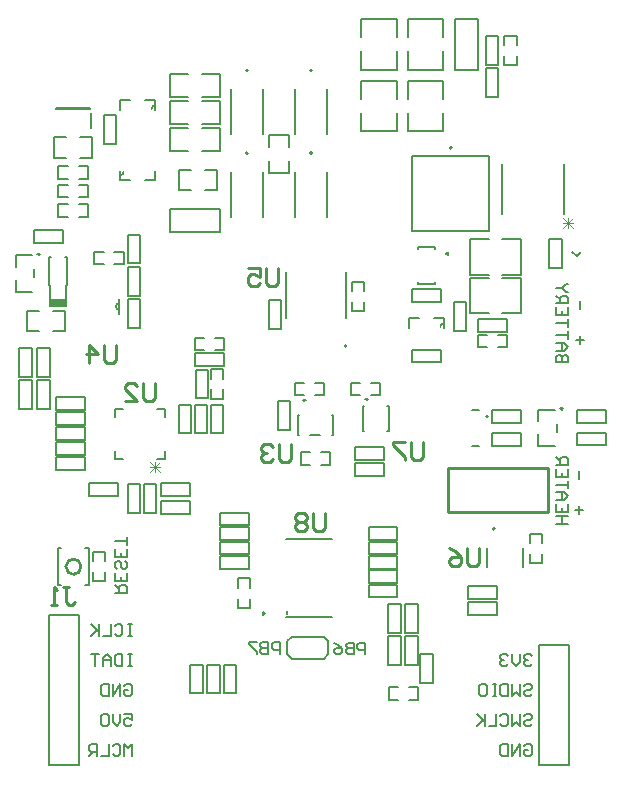
<source format=gbo>
G04*
G04 #@! TF.GenerationSoftware,Altium Limited,Altium Designer,25.4.2 (15)*
G04*
G04 Layer_Color=32896*
%FSLAX25Y25*%
%MOIN*%
G70*
G04*
G04 #@! TF.SameCoordinates,B977156D-3F5D-4D44-89CA-F2FD908ED1DE*
G04*
G04*
G04 #@! TF.FilePolarity,Positive*
G04*
G01*
G75*
%ADD10C,0.00787*%
%ADD11C,0.00500*%
%ADD22C,0.01000*%
%ADD123C,0.00600*%
%ADD124C,0.00800*%
%ADD125C,0.00300*%
%ADD126R,0.00700X0.01700*%
%ADD127R,0.01150X0.07300*%
%ADD128R,0.06200X0.02754*%
D10*
X408256Y388954D02*
G03*
X408256Y388954I-394J0D01*
G01*
X455443Y365518D02*
G03*
X455443Y365518I-394J0D01*
G01*
X457729Y328008D02*
G03*
X457729Y328008I-394J0D01*
G01*
X443294Y455105D02*
G03*
X443294Y455105I-394J0D01*
G01*
X396794Y453279D02*
G03*
X396794Y453279I-394J0D01*
G01*
Y480841D02*
G03*
X396794Y480841I-394J0D01*
G01*
X375394Y453279D02*
G03*
X375394Y453279I-394J0D01*
G01*
Y480841D02*
G03*
X375394Y480841I-394J0D01*
G01*
X472222Y289284D02*
X482222D01*
X472222Y249284D02*
Y289284D01*
X482222Y249284D02*
Y289284D01*
X472222Y249284D02*
X482222D01*
X309100Y249400D02*
X319100D01*
Y299400D01*
X309100Y249400D02*
Y299400D01*
X319100D01*
X322730Y467871D02*
Y468461D01*
X311470D02*
X322730D01*
X311470Y467871D02*
Y468461D01*
Y467871D02*
X322730D01*
X323104Y461572D02*
Y466493D01*
D11*
X414947Y370831D02*
X415447Y371331D01*
X414447D02*
X414947Y370831D01*
X414447Y371331D02*
X415447D01*
X421837Y369059D02*
X422231D01*
X421837Y360791D02*
X422231D01*
X413569D02*
X413963D01*
X413569Y369059D02*
X413963D01*
X422231Y360791D02*
Y369059D01*
X413569Y360791D02*
Y369059D01*
X426400Y293395D02*
Y302995D01*
X422200D02*
X426400D01*
X422200Y293395D02*
X426400D01*
X422200D02*
Y302995D01*
Y282595D02*
Y292195D01*
Y282595D02*
X426400D01*
X422200Y292195D02*
X426400D01*
Y282595D02*
Y292195D01*
X432800Y276595D02*
Y286195D01*
Y276595D02*
X437000D01*
X432800Y286195D02*
X437000D01*
Y276595D02*
Y286195D01*
X432000Y293395D02*
Y302995D01*
X427800D02*
X432000D01*
X427800Y293395D02*
X432000D01*
X427800D02*
Y302995D01*
X422300Y275322D02*
X425400D01*
X422300Y271122D02*
X425400D01*
X422300D02*
Y275322D01*
X429000D02*
X432100D01*
X429000Y271122D02*
X432100D01*
Y275322D01*
X427800Y282595D02*
Y292195D01*
Y282595D02*
X432000D01*
X427800Y292195D02*
X432000D01*
Y282595D02*
Y292195D01*
X430023Y387800D02*
X439623D01*
X430023Y383600D02*
Y387800D01*
X439623Y383600D02*
Y387800D01*
X430023Y383600D02*
X439623D01*
X361700Y273200D02*
Y282800D01*
Y273200D02*
X365900D01*
X361700Y282800D02*
X365900D01*
Y273200D02*
Y282800D01*
X356061Y273200D02*
Y282800D01*
Y273200D02*
X360261D01*
X356061Y282800D02*
X360261D01*
Y273200D02*
Y282800D01*
X367339Y273200D02*
Y282800D01*
Y273200D02*
X371539D01*
X367339Y282800D02*
X371539D01*
Y273200D02*
Y282800D01*
X304200Y427600D02*
X313800D01*
X304200Y423400D02*
Y427600D01*
X313800Y423400D02*
Y427600D01*
X304200Y423400D02*
X313800D01*
X485000Y363358D02*
X494600D01*
Y367558D01*
X485000Y363358D02*
Y367558D01*
X494600D01*
X485000Y355878D02*
X494600D01*
Y360078D01*
X485000Y355878D02*
Y360078D01*
X494600D01*
X335231Y405800D02*
Y415400D01*
Y405800D02*
X339432D01*
X335231Y415400D02*
X339432D01*
Y405800D02*
Y415400D01*
X324131Y420450D02*
X327232D01*
X324131Y416250D02*
X327232D01*
X324131D02*
Y420450D01*
X330832D02*
X333931D01*
X330832Y416250D02*
X333931D01*
Y420450D01*
X335231Y416550D02*
Y426150D01*
Y416550D02*
X339432D01*
X335231Y426150D02*
X339432D01*
Y416550D02*
Y426150D01*
Y395100D02*
Y404700D01*
X335231D02*
X339432D01*
X335231Y395100D02*
X339432D01*
X335231D02*
Y404700D01*
X386500Y394635D02*
Y404235D01*
X382300D02*
X386500D01*
X382300Y394635D02*
X386500D01*
X382300D02*
Y404235D01*
X414200Y407300D02*
Y410400D01*
X410000Y407300D02*
Y410400D01*
X414200D01*
Y400600D02*
Y403700D01*
X410000Y400600D02*
Y403700D01*
Y400600D02*
X414200D01*
X388059Y398423D02*
Y413777D01*
X407941Y398423D02*
Y413777D01*
X364299Y387495D02*
X367399D01*
X364299Y391695D02*
X367399D01*
Y387495D02*
Y391695D01*
X357599Y387495D02*
X360699D01*
X357599Y391695D02*
X360699D01*
X357599Y387495D02*
Y391695D01*
X357699Y386495D02*
X367299D01*
X357699Y382295D02*
Y386495D01*
X367299Y382295D02*
Y386495D01*
X357699Y382295D02*
X367299D01*
X367100Y378109D02*
Y381209D01*
X362900Y378109D02*
Y381209D01*
X367100D01*
Y371409D02*
Y374509D01*
X362900Y371409D02*
Y374509D01*
Y371409D02*
X367100D01*
Y359869D02*
Y369468D01*
X362900D02*
X367100D01*
X362900Y359869D02*
X367100D01*
X362900D02*
Y369468D01*
X357900Y371509D02*
Y381109D01*
Y371509D02*
X362100D01*
X357900Y381109D02*
X362100D01*
Y371509D02*
Y381109D01*
X456805Y355741D02*
X466405D01*
Y359941D01*
X456805Y355741D02*
Y359941D01*
X466405D01*
X450128Y355774D02*
X452294D01*
X450128Y367585D02*
X452294D01*
X456805Y367618D02*
X466405D01*
X456805Y363418D02*
Y367618D01*
X466405Y363418D02*
Y367618D01*
X456805Y363418D02*
X466405D01*
X303300Y378646D02*
Y388246D01*
X299100D02*
X303300D01*
X299100Y378646D02*
X303300D01*
X299100D02*
Y388246D01*
X303300Y367946D02*
Y377546D01*
X299100D02*
X303300D01*
X299100Y367946D02*
X303300D01*
X299100D02*
Y377546D01*
X309300Y378646D02*
Y388246D01*
X305100D02*
X309300D01*
X305100Y378646D02*
X309300D01*
X305100D02*
Y388246D01*
X309300Y367946D02*
Y377546D01*
X305100D02*
X309300D01*
X305100Y367946D02*
X309300D01*
X305100D02*
Y377546D01*
X311450Y366846D02*
X321050D01*
X311450Y362646D02*
Y366846D01*
X321050Y362646D02*
Y366846D01*
X311450Y362646D02*
X321050D01*
X311450Y371846D02*
X321050D01*
X311450Y367646D02*
Y371846D01*
X321050Y367646D02*
Y371846D01*
X311450Y367646D02*
X321050D01*
X311450Y347646D02*
X321050D01*
Y351846D01*
X311450Y347646D02*
Y351846D01*
X321050D01*
X311450Y356846D02*
X321050D01*
X311450Y352646D02*
Y356846D01*
X321050Y352646D02*
Y356846D01*
X311450Y352646D02*
X321050D01*
X352250Y359869D02*
Y369468D01*
Y359869D02*
X356450D01*
X352250Y369468D02*
X356450D01*
Y359869D02*
Y369468D01*
X357656Y359869D02*
Y369468D01*
Y359869D02*
X361856D01*
X357656Y369468D02*
X361856D01*
Y359869D02*
Y369468D01*
X322450Y343268D02*
X332050D01*
X322450Y339069D02*
Y343268D01*
X332050Y339069D02*
Y343268D01*
X322450Y339069D02*
X332050D01*
X339432Y333368D02*
Y342969D01*
X335231D02*
X339432D01*
X335231Y333368D02*
X339432D01*
X335231D02*
Y342969D01*
X346550Y339069D02*
X356150D01*
Y343268D01*
X346550Y339069D02*
Y343268D01*
X356150D01*
X344837Y333368D02*
Y342969D01*
X340637D02*
X344837D01*
X340637Y333368D02*
X344837D01*
X340637D02*
Y342969D01*
X346550Y337268D02*
X356150D01*
X346550Y333068D02*
Y337268D01*
X356150Y333068D02*
Y337268D01*
X346550Y333068D02*
X356150D01*
X311450Y361846D02*
X321050D01*
X311450Y357646D02*
Y361846D01*
X321050Y357646D02*
Y361846D01*
X311450Y357646D02*
X321050D01*
X472137Y363918D02*
Y367818D01*
X477637D01*
X478437Y360418D02*
Y363018D01*
X479437Y368318D02*
X480437D01*
X479437D02*
X479937Y367818D01*
X480437Y368318D01*
X472137Y355618D02*
Y359518D01*
Y355618D02*
X477637D01*
X469300Y316600D02*
Y319700D01*
X473500Y316600D02*
Y319700D01*
X469300Y316600D02*
X473500D01*
X469300Y323300D02*
Y326400D01*
X473500Y323300D02*
Y326400D01*
X469300D02*
X473500D01*
X448827Y304700D02*
X458427D01*
Y308900D01*
X448827Y304700D02*
Y308900D01*
X458427D01*
X448827Y299300D02*
X458427D01*
Y303500D01*
X448827Y299300D02*
Y303500D01*
X458427D01*
X455131Y315350D02*
Y321650D01*
X467217Y315350D02*
Y321650D01*
X327800Y317200D02*
Y320300D01*
X323600Y317200D02*
Y320300D01*
X327800D01*
Y310500D02*
Y313600D01*
X323600Y310500D02*
Y313600D01*
Y310500D02*
X327800D01*
X312100Y309200D02*
X313200D01*
X312100Y321600D02*
X313200D01*
X312100Y309200D02*
Y321600D01*
X321200Y309200D02*
X322300D01*
X321200Y321600D02*
X322300D01*
Y309200D02*
Y321600D01*
X400570Y292000D02*
X402071Y290500D01*
Y286300D02*
Y290500D01*
X400570Y284800D02*
X402071Y286300D01*
X388397Y290500D02*
X389896Y292000D01*
X388397Y286300D02*
Y290500D01*
Y286300D02*
X389896Y284800D01*
Y292000D02*
X400570D01*
X389896Y284800D02*
X400570D01*
X380444Y299350D02*
Y300350D01*
Y299350D02*
X380944Y299850D01*
X380444Y300350D02*
X380944Y299850D01*
X388194Y298500D02*
X403394D01*
X388194Y324500D02*
X403394D01*
X366200Y324348D02*
X375800D01*
Y328548D01*
X366200Y324348D02*
Y328548D01*
X375800D01*
X415600Y309432D02*
X425200D01*
X415600Y305232D02*
Y309432D01*
X425200Y305232D02*
Y309432D01*
X415600Y305232D02*
X425200D01*
X376100Y308390D02*
Y311491D01*
X371900Y308390D02*
Y311491D01*
X376100D01*
Y301691D02*
Y304790D01*
X371900Y301691D02*
Y304790D01*
Y301691D02*
X376100D01*
X415600Y314213D02*
X425200D01*
X415600Y310013D02*
Y314213D01*
X425200Y310013D02*
Y314213D01*
X415600Y310013D02*
X425200D01*
X415600Y323774D02*
X425200D01*
X415600Y319574D02*
Y323774D01*
X425200Y319574D02*
Y323774D01*
X415600Y319574D02*
X425200D01*
X415600Y328555D02*
X425200D01*
X415600Y324355D02*
Y328555D01*
X425200Y324355D02*
Y328555D01*
X415600Y324355D02*
X425200D01*
X366200Y319555D02*
X375800D01*
Y323755D01*
X366200Y319555D02*
Y323755D01*
X375800D01*
X366200Y329200D02*
X375800D01*
Y333400D01*
X366200Y329200D02*
Y333400D01*
X375800D01*
X366200Y314769D02*
X375800D01*
Y318969D01*
X366200Y314769D02*
Y318969D01*
X375800D01*
X415600Y314794D02*
X425200D01*
Y318994D01*
X415600Y314794D02*
Y318994D01*
X425200D01*
X301600Y394000D02*
Y400800D01*
X305600D01*
X301600Y394000D02*
X305600D01*
X314400D02*
Y400800D01*
X310400D02*
X314400D01*
X310400Y394000D02*
X314400D01*
X309100Y409400D02*
Y418600D01*
X309700D01*
X314900Y409400D02*
Y418600D01*
X314300D02*
X314900D01*
X297900Y415400D02*
Y419300D01*
X303400D01*
X304200Y411900D02*
Y414500D01*
X305200Y419800D02*
X306200D01*
X305200D02*
X305700Y419300D01*
X306200Y419800D01*
X297900Y407100D02*
Y411000D01*
Y407100D02*
X303400D01*
X411100Y355300D02*
X420700D01*
X411100Y351100D02*
Y355300D01*
X420700Y351100D02*
Y355300D01*
X411100Y351100D02*
X420700D01*
X409606Y376725D02*
X412706D01*
X409606Y372525D02*
X412706D01*
X409606D02*
Y376725D01*
X416306D02*
X419406D01*
X416306Y372525D02*
X419406D01*
Y376725D01*
X411100Y345800D02*
X420700D01*
Y350000D01*
X411100Y345800D02*
Y350000D01*
X420700D01*
X318900Y438566D02*
X322000D01*
X318900Y442766D02*
X322000D01*
Y438566D02*
Y442766D01*
X312200Y438566D02*
X315300D01*
X312200Y442766D02*
X315300D01*
X312200Y438566D02*
Y442766D01*
X318900Y432066D02*
X322000D01*
X318900Y436266D02*
X322000D01*
Y432066D02*
Y436266D01*
X312200Y432066D02*
X315300D01*
X312200Y436266D02*
X315300D01*
X312200Y432066D02*
Y436266D01*
X319500Y451766D02*
X323500D01*
X319500Y458566D02*
X323500D01*
Y451766D02*
Y458566D01*
X310700Y451766D02*
X314700D01*
X310700Y458566D02*
X314700D01*
X310700Y451766D02*
Y458566D01*
X312200Y444816D02*
Y449016D01*
X315300D01*
X312200Y444816D02*
X315300D01*
X322000D02*
Y449016D01*
X318900D02*
X322000D01*
X318900Y444816D02*
X322000D01*
X393700Y371025D02*
X394700D01*
X393700D02*
X394200Y370525D01*
X394700Y371025D01*
X396168Y359161D02*
X399546D01*
X392000Y359186D02*
X392394D01*
X392000Y366086D02*
X392394D01*
X392000Y359186D02*
Y366086D01*
X403406Y359186D02*
X403800D01*
X403406Y366086D02*
X403800D01*
Y359186D02*
Y366086D01*
X402800Y349350D02*
Y353550D01*
X399700Y349350D02*
X402800D01*
X399700Y353550D02*
X402800D01*
X393000Y349350D02*
Y353550D01*
Y349350D02*
X396100D01*
X393000Y353550D02*
X396100D01*
X400800Y372525D02*
Y376725D01*
X397700Y372525D02*
X400800D01*
X397700Y376725D02*
X400800D01*
X391000Y372525D02*
Y376725D01*
Y372525D02*
X394100D01*
X391000Y376725D02*
X394100D01*
X389500Y360943D02*
Y370543D01*
X385300D02*
X389500D01*
X385300Y360943D02*
X389500D01*
X385300D02*
Y370543D01*
X430023Y403700D02*
X439623D01*
Y407900D01*
X430023Y403700D02*
Y407900D01*
X439623D01*
X432023Y421161D02*
Y421859D01*
X437578Y421159D02*
Y421857D01*
X432023Y421859D02*
X437578Y421857D01*
X432023Y409659D02*
Y410357D01*
X437578Y409661D02*
Y410359D01*
X432023Y409659D02*
X437578Y409661D01*
X441423Y419759D02*
X441923Y419259D01*
X441423Y419759D02*
X441923Y420259D01*
Y419259D02*
Y420259D01*
X484900Y418900D02*
X486400Y420400D01*
X483400D02*
X484900Y418900D01*
X475800Y415100D02*
Y424700D01*
Y415100D02*
X480000D01*
X475800Y424700D02*
X480000D01*
Y415100D02*
Y424700D01*
X429987Y427427D02*
X455813D01*
Y452467D01*
X429987Y427427D02*
Y452467D01*
X455813D01*
X460200Y424600D02*
X466300D01*
X460200Y412800D02*
X466300D01*
Y424600D01*
X449500D02*
X455600D01*
X449500Y412800D02*
X455600D01*
X449500D02*
Y424600D01*
X451900Y388500D02*
Y392700D01*
X455000D01*
X451900Y388500D02*
X455000D01*
X461700D02*
Y392700D01*
X458600D02*
X461700D01*
X458600Y388500D02*
X461700D01*
X452000Y393800D02*
X461600D01*
Y398000D01*
X452000Y393800D02*
Y398000D01*
X461600D01*
X444000Y394100D02*
Y403700D01*
Y394100D02*
X448200D01*
X444000Y403700D02*
X448200D01*
Y394100D02*
Y403700D01*
X460200Y411700D02*
X466300D01*
X460200Y399900D02*
X466300D01*
Y411700D01*
X449500D02*
X455600D01*
X449500Y399900D02*
X455600D01*
X449500D02*
Y411700D01*
X460814Y482623D02*
X465014D01*
X460814D02*
Y485723D01*
X465014Y482623D02*
Y485723D01*
X460814Y492423D02*
X465014D01*
X460814Y489323D02*
Y492423D01*
X465014Y489323D02*
Y492423D01*
X458756Y482723D02*
Y492323D01*
X454556D02*
X458756D01*
X454556Y482723D02*
X458756D01*
X454556D02*
Y492323D01*
X458756Y472146D02*
Y481746D01*
X454556D02*
X458756D01*
X454556Y472146D02*
X458756D01*
X454556D02*
Y481746D01*
X452100Y481123D02*
Y497923D01*
X444300D02*
X452100D01*
X444300Y481123D02*
Y497923D01*
Y481123D02*
X452100D01*
X413205Y491823D02*
Y497923D01*
X425005Y491823D02*
Y497923D01*
X413205D02*
X425005D01*
X413205Y481123D02*
Y487223D01*
X425005Y481123D02*
Y487223D01*
X413205Y481123D02*
X425005D01*
X440505Y460546D02*
Y466646D01*
X428705Y460546D02*
Y466646D01*
Y460546D02*
X440505D01*
Y471246D02*
Y477346D01*
X428705Y471246D02*
Y477346D01*
X440505D01*
X428705Y491823D02*
Y497923D01*
X440505Y491823D02*
Y497923D01*
X428705D02*
X440505D01*
X428705Y481123D02*
Y487223D01*
X440505Y481123D02*
Y487223D01*
X428705Y481123D02*
X440505D01*
X349410Y434739D02*
X366210D01*
X349410Y426939D02*
Y434739D01*
Y426939D02*
X366210D01*
Y434739D01*
X425005Y460546D02*
Y466646D01*
X413205Y460546D02*
Y466646D01*
Y460546D02*
X425005D01*
Y471246D02*
Y477346D01*
X413205Y471246D02*
Y477346D01*
X425005D01*
X391006Y432020D02*
Y446980D01*
X401794Y432020D02*
Y446980D01*
X391006Y459581D02*
Y474542D01*
X401794Y459581D02*
Y474542D01*
X382300Y459300D02*
X389100D01*
Y455300D02*
Y459300D01*
X382300Y455300D02*
Y459300D01*
Y446500D02*
X389100D01*
Y450500D01*
X382300Y446500D02*
Y450500D01*
X365210Y440906D02*
Y447706D01*
X361210Y440906D02*
X365210D01*
X361210Y447706D02*
X365210D01*
X352410Y440906D02*
Y447706D01*
Y440906D02*
X356410D01*
X352410Y447706D02*
X356410D01*
X369606Y432020D02*
Y446980D01*
X380394Y432020D02*
Y446980D01*
X369606Y459581D02*
Y474542D01*
X380394Y459581D02*
Y474542D01*
X349410Y471823D02*
X355410D01*
X349410Y479623D02*
X355410D01*
X349410Y471823D02*
Y479623D01*
X360209Y471823D02*
X366210D01*
X360209Y479623D02*
X366210D01*
Y471823D02*
Y479623D01*
X349410Y462923D02*
X355410D01*
X349410Y470723D02*
X355410D01*
X349410Y462923D02*
Y470723D01*
X360209Y462923D02*
X366210D01*
X360209Y470723D02*
X366210D01*
Y462923D02*
Y470723D01*
X349410Y453823D02*
X355410D01*
X349410Y461623D02*
X355410D01*
X349410Y453823D02*
Y461623D01*
X360209Y453823D02*
X366210D01*
X360209Y461623D02*
X366210D01*
Y453823D02*
Y461623D01*
X327300Y456361D02*
Y465961D01*
Y456361D02*
X331500D01*
X327300Y465961D02*
X331500D01*
Y456361D02*
Y465961D01*
D22*
X319724Y315400D02*
G03*
X319724Y315400I-2524J0D01*
G01*
X441925Y348400D02*
X475305D01*
X441925Y333800D02*
Y348400D01*
Y333800D02*
X475305D01*
Y348400D01*
X313701Y308798D02*
X315701D01*
X314701D01*
Y303800D01*
X315701Y302800D01*
X316700D01*
X317700Y303800D01*
X311702Y302800D02*
X309703D01*
X310702D01*
Y308798D01*
X311702Y307798D01*
X433834Y356851D02*
Y351853D01*
X432834Y350853D01*
X430835D01*
X429835Y351853D01*
Y356851D01*
X427836D02*
X423837D01*
Y355852D01*
X427836Y351853D01*
Y350853D01*
X331430Y389445D02*
Y384446D01*
X330430Y383447D01*
X328431D01*
X327431Y384446D01*
Y389445D01*
X322433Y383447D02*
Y389445D01*
X325432Y386446D01*
X321433D01*
X400898Y333399D02*
Y328401D01*
X399899Y327401D01*
X397899D01*
X396900Y328401D01*
Y333399D01*
X394900Y332399D02*
X393901Y333399D01*
X391901D01*
X390902Y332399D01*
Y331400D01*
X391901Y330400D01*
X390902Y329400D01*
Y328401D01*
X391901Y327401D01*
X393901D01*
X394900Y328401D01*
Y329400D01*
X393901Y330400D01*
X394900Y331400D01*
Y332399D01*
X393901Y330400D02*
X391901D01*
X452298Y321499D02*
Y316501D01*
X451299Y315501D01*
X449299D01*
X448300Y316501D01*
Y321499D01*
X442302D02*
X444301Y320499D01*
X446300Y318500D01*
Y316501D01*
X445301Y315501D01*
X443301D01*
X442302Y316501D01*
Y317500D01*
X443301Y318500D01*
X446300D01*
X385298Y414899D02*
Y409901D01*
X384299Y408901D01*
X382299D01*
X381300Y409901D01*
Y414899D01*
X375302D02*
X379300D01*
Y411900D01*
X377301Y412900D01*
X376301D01*
X375302Y411900D01*
Y409901D01*
X376301Y408901D01*
X378301D01*
X379300Y409901D01*
X389629Y356199D02*
Y351201D01*
X388629Y350201D01*
X386630D01*
X385630Y351201D01*
Y356199D01*
X383631Y355199D02*
X382631Y356199D01*
X380632D01*
X379632Y355199D01*
Y354200D01*
X380632Y353200D01*
X381631D01*
X380632D01*
X379632Y352200D01*
Y351201D01*
X380632Y350201D01*
X382631D01*
X383631Y351201D01*
X344298Y376499D02*
Y371501D01*
X343299Y370501D01*
X341299D01*
X340300Y371501D01*
Y376499D01*
X334302Y370501D02*
X338300D01*
X334302Y374500D01*
Y375499D01*
X335301Y376499D01*
X337301D01*
X338300Y375499D01*
D123*
X440719Y396700D02*
G03*
X439524Y395396I0J-1200D01*
G01*
X332531Y403400D02*
G03*
X332531Y401000I0J-1200D01*
G01*
X344510Y469361D02*
G03*
X343315Y468056I0J-1200D01*
G01*
X332718Y445800D02*
G03*
X333914Y447104I0J1200D01*
G01*
X440723Y395100D02*
Y398300D01*
X428923D02*
X432423D01*
X428923Y395100D02*
Y398300D01*
X437223D02*
X440723D01*
X332531Y403400D02*
Y404700D01*
Y401000D02*
Y403400D01*
Y399700D02*
Y401000D01*
X347650Y351350D02*
Y353953D01*
X345047Y368050D02*
X347650D01*
X330950Y365447D02*
Y368050D01*
Y351350D02*
X333553D01*
X345047D02*
X347650D01*
Y365447D02*
Y368050D01*
X330950D02*
X333553D01*
X330950Y351350D02*
Y353953D01*
X480700Y432825D02*
Y449525D01*
X460100Y432825D02*
Y449525D01*
X341014Y470961D02*
X344514D01*
X332714Y467761D02*
Y470961D01*
X336214D01*
X344514Y467761D02*
Y470961D01*
X332714Y444200D02*
X336214D01*
X344514D02*
Y447400D01*
X341014Y444200D02*
X344514D01*
X332714D02*
Y447400D01*
D124*
X467399Y275596D02*
X468054Y276252D01*
X469366D01*
X470022Y275596D01*
Y274940D01*
X469366Y274284D01*
X468054D01*
X467399Y273628D01*
Y272972D01*
X468054Y272316D01*
X469366D01*
X470022Y272972D01*
X466087Y276252D02*
Y272316D01*
X464775Y273628D01*
X463463Y272316D01*
Y276252D01*
X462151D02*
Y272316D01*
X460183D01*
X459527Y272972D01*
Y275596D01*
X460183Y276252D01*
X462151D01*
X458215D02*
X456903D01*
X457559D01*
Y272316D01*
X458215D01*
X456903D01*
X452968Y276252D02*
X454279D01*
X454935Y275596D01*
Y272972D01*
X454279Y272316D01*
X452968D01*
X452312Y272972D01*
Y275596D01*
X452968Y276252D01*
X470022Y285596D02*
X469366Y286252D01*
X468054D01*
X467399Y285596D01*
Y284940D01*
X468054Y284284D01*
X468710D01*
X468054D01*
X467399Y283628D01*
Y282972D01*
X468054Y282316D01*
X469366D01*
X470022Y282972D01*
X466087Y286252D02*
Y283628D01*
X464775Y282316D01*
X463463Y283628D01*
Y286252D01*
X462151Y285596D02*
X461495Y286252D01*
X460183D01*
X459527Y285596D01*
Y284940D01*
X460183Y284284D01*
X460839D01*
X460183D01*
X459527Y283628D01*
Y282972D01*
X460183Y282316D01*
X461495D01*
X462151Y282972D01*
X467399Y265596D02*
X468054Y266252D01*
X469366D01*
X470022Y265596D01*
Y264940D01*
X469366Y264284D01*
X468054D01*
X467399Y263628D01*
Y262972D01*
X468054Y262316D01*
X469366D01*
X470022Y262972D01*
X466087Y266252D02*
Y262316D01*
X464775Y263628D01*
X463463Y262316D01*
Y266252D01*
X459527Y265596D02*
X460183Y266252D01*
X461495D01*
X462151Y265596D01*
Y262972D01*
X461495Y262316D01*
X460183D01*
X459527Y262972D01*
X458215Y266252D02*
Y262316D01*
X455591D01*
X454279Y266252D02*
Y262316D01*
Y263628D01*
X451655Y266252D01*
X453623Y264284D01*
X451655Y262316D01*
X467399Y255596D02*
X468054Y256252D01*
X469366D01*
X470022Y255596D01*
Y252972D01*
X469366Y252316D01*
X468054D01*
X467399Y252972D01*
Y254284D01*
X468710D01*
X466087Y252316D02*
Y256252D01*
X463463Y252316D01*
Y256252D01*
X462151D02*
Y252316D01*
X460183D01*
X459527Y252972D01*
Y255596D01*
X460183Y256252D01*
X462151D01*
X336800Y252432D02*
Y256368D01*
X335488Y255056D01*
X334176Y256368D01*
Y252432D01*
X330240Y255712D02*
X330896Y256368D01*
X332208D01*
X332864Y255712D01*
Y253088D01*
X332208Y252432D01*
X330896D01*
X330240Y253088D01*
X328928Y256368D02*
Y252432D01*
X326305D01*
X324993D02*
Y256368D01*
X323025D01*
X322369Y255712D01*
Y254400D01*
X323025Y253744D01*
X324993D01*
X323681D02*
X322369Y252432D01*
X334176Y266368D02*
X336800D01*
Y264400D01*
X335488Y265056D01*
X334832D01*
X334176Y264400D01*
Y263088D01*
X334832Y262432D01*
X336144D01*
X336800Y263088D01*
X332864Y266368D02*
Y263744D01*
X331552Y262432D01*
X330240Y263744D01*
Y266368D01*
X328928Y265712D02*
X328273Y266368D01*
X326961D01*
X326305Y265712D01*
Y263088D01*
X326961Y262432D01*
X328273D01*
X328928Y263088D01*
Y265712D01*
X334176Y275712D02*
X334832Y276368D01*
X336144D01*
X336800Y275712D01*
Y273088D01*
X336144Y272432D01*
X334832D01*
X334176Y273088D01*
Y274400D01*
X335488D01*
X332864Y272432D02*
Y276368D01*
X330240Y272432D01*
Y276368D01*
X328928D02*
Y272432D01*
X326961D01*
X326305Y273088D01*
Y275712D01*
X326961Y276368D01*
X328928D01*
X336800Y296368D02*
X335488D01*
X336144D01*
Y292432D01*
X336800D01*
X335488D01*
X330896Y295712D02*
X331552Y296368D01*
X332864D01*
X333520Y295712D01*
Y293088D01*
X332864Y292432D01*
X331552D01*
X330896Y293088D01*
X329585Y296368D02*
Y292432D01*
X326961D01*
X325649Y296368D02*
Y292432D01*
Y293744D01*
X323025Y296368D01*
X324993Y294400D01*
X323025Y292432D01*
X336800Y286368D02*
X335488D01*
X336144D01*
Y282432D01*
X336800D01*
X335488D01*
X333520Y286368D02*
Y282432D01*
X331552D01*
X330896Y283088D01*
Y285712D01*
X331552Y286368D01*
X333520D01*
X329585Y282432D02*
Y285056D01*
X328273Y286368D01*
X326961Y285056D01*
Y282432D01*
Y284400D01*
X329585D01*
X325649Y286368D02*
X323025D01*
X324337D01*
Y282432D01*
X482036Y329700D02*
X478100D01*
X480068D01*
Y332324D01*
X482036D01*
X478100D01*
X482036Y336260D02*
Y333636D01*
X478100D01*
Y336260D01*
X480068Y333636D02*
Y334948D01*
X478100Y337572D02*
X480724D01*
X482036Y338883D01*
X480724Y340195D01*
X478100D01*
X480068D01*
Y337572D01*
X482036Y341507D02*
Y344131D01*
Y342819D01*
X478100D01*
X482036Y348067D02*
Y345443D01*
X478100D01*
Y348067D01*
X480068Y345443D02*
Y346755D01*
X478100Y349379D02*
X482036D01*
Y351347D01*
X481380Y352003D01*
X480068D01*
X479412Y351347D01*
Y349379D01*
Y350691D02*
X478100Y352003D01*
X482036Y383500D02*
X478100D01*
Y385468D01*
X478756Y386124D01*
X479412D01*
X480068Y385468D01*
Y383500D01*
Y385468D01*
X480724Y386124D01*
X481380D01*
X482036Y385468D01*
Y383500D01*
X478100Y387436D02*
X480724D01*
X482036Y388748D01*
X480724Y390060D01*
X478100D01*
X480068D01*
Y387436D01*
X482036Y391371D02*
Y393995D01*
Y392683D01*
X478100D01*
X482036Y395307D02*
Y397931D01*
Y396619D01*
X478100D01*
X482036Y401867D02*
Y399243D01*
X478100D01*
Y401867D01*
X480068Y399243D02*
Y400555D01*
X478100Y403179D02*
X482036D01*
Y405147D01*
X481380Y405802D01*
X480068D01*
X479412Y405147D01*
Y403179D01*
Y404491D02*
X478100Y405802D01*
X482036Y407114D02*
X481380D01*
X480068Y408426D01*
X481380Y409738D01*
X482036D01*
X480068Y408426D02*
X478100D01*
X331100Y306800D02*
X335036D01*
Y308768D01*
X334380Y309424D01*
X333068D01*
X332412Y308768D01*
Y306800D01*
Y308112D02*
X331100Y309424D01*
X335036Y313360D02*
Y310736D01*
X331100D01*
Y313360D01*
X333068Y310736D02*
Y312048D01*
X334380Y317295D02*
X335036Y316639D01*
Y315327D01*
X334380Y314671D01*
X333724D01*
X333068Y315327D01*
Y316639D01*
X332412Y317295D01*
X331756D01*
X331100Y316639D01*
Y315327D01*
X331756Y314671D01*
X335036Y321231D02*
Y318607D01*
X331100D01*
Y321231D01*
X333068Y318607D02*
Y319919D01*
X335036Y322543D02*
Y325167D01*
Y323855D01*
X331100D01*
X386100Y286400D02*
Y290336D01*
X384132D01*
X383476Y289680D01*
Y288368D01*
X384132Y287712D01*
X386100D01*
X382164Y290336D02*
Y286400D01*
X380196D01*
X379540Y287056D01*
Y287712D01*
X380196Y288368D01*
X382164D01*
X380196D01*
X379540Y289024D01*
Y289680D01*
X380196Y290336D01*
X382164D01*
X378228D02*
X375605D01*
Y289680D01*
X378228Y287056D01*
Y286400D01*
X414499Y286200D02*
Y290136D01*
X412532D01*
X411875Y289480D01*
Y288168D01*
X412532Y287512D01*
X414499D01*
X410564Y290136D02*
Y286200D01*
X408596D01*
X407940Y286856D01*
Y287512D01*
X408596Y288168D01*
X410564D01*
X408596D01*
X407940Y288824D01*
Y289480D01*
X408596Y290136D01*
X410564D01*
X404004D02*
X405316Y289480D01*
X406628Y288168D01*
Y286856D01*
X405972Y286200D01*
X404660D01*
X404004Y286856D01*
Y287512D01*
X404660Y288168D01*
X406628D01*
X486086Y392174D02*
Y389550D01*
X484774Y390862D02*
X487398D01*
X485898Y403874D02*
Y401250D01*
X485600Y347300D02*
Y344676D01*
X485788Y335600D02*
Y332976D01*
X484476Y334288D02*
X487100D01*
D125*
X345887Y346900D02*
X342554Y350232D01*
Y346900D02*
X345887Y350232D01*
X344220Y346900D02*
Y350232D01*
X342554Y348566D02*
X345887D01*
X483765Y428200D02*
X480433Y431532D01*
Y428200D02*
X483765Y431532D01*
X482099Y428200D02*
Y431532D01*
X480433Y429866D02*
X483765D01*
D126*
X388544Y300050D02*
D03*
D127*
X309425Y405750D02*
D03*
X314575Y405750D02*
D03*
D128*
X312000Y403477D02*
D03*
M02*

</source>
